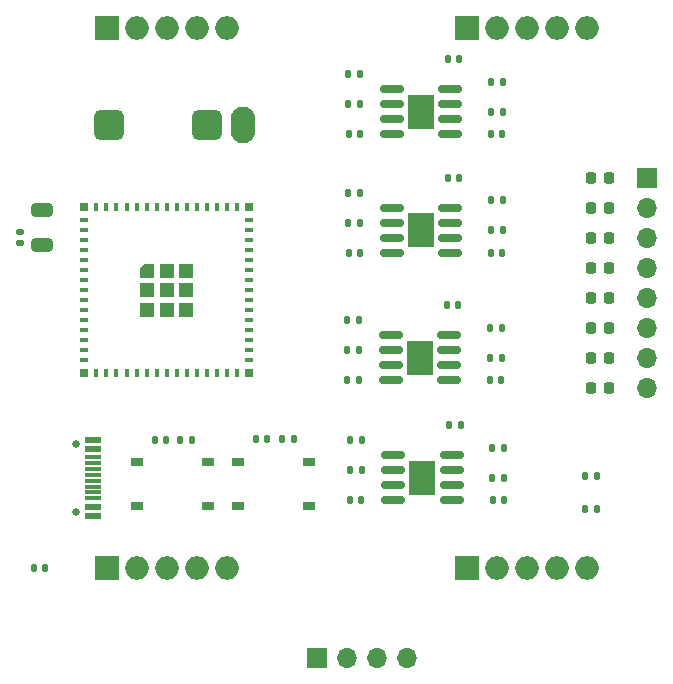
<source format=gbr>
%TF.GenerationSoftware,KiCad,Pcbnew,8.0.5*%
%TF.CreationDate,2024-11-19T03:03:03+05:30*%
%TF.ProjectId,midi,6d696469-2e6b-4696-9361-645f70636258,rev?*%
%TF.SameCoordinates,Original*%
%TF.FileFunction,Soldermask,Top*%
%TF.FilePolarity,Negative*%
%FSLAX46Y46*%
G04 Gerber Fmt 4.6, Leading zero omitted, Abs format (unit mm)*
G04 Created by KiCad (PCBNEW 8.0.5) date 2024-11-19 03:03:03*
%MOMM*%
%LPD*%
G01*
G04 APERTURE LIST*
G04 Aperture macros list*
%AMRoundRect*
0 Rectangle with rounded corners*
0 $1 Rounding radius*
0 $2 $3 $4 $5 $6 $7 $8 $9 X,Y pos of 4 corners*
0 Add a 4 corners polygon primitive as box body*
4,1,4,$2,$3,$4,$5,$6,$7,$8,$9,$2,$3,0*
0 Add four circle primitives for the rounded corners*
1,1,$1+$1,$2,$3*
1,1,$1+$1,$4,$5*
1,1,$1+$1,$6,$7*
1,1,$1+$1,$8,$9*
0 Add four rect primitives between the rounded corners*
20,1,$1+$1,$2,$3,$4,$5,0*
20,1,$1+$1,$4,$5,$6,$7,0*
20,1,$1+$1,$6,$7,$8,$9,0*
20,1,$1+$1,$8,$9,$2,$3,0*%
%AMOutline5P*
0 Free polygon, 5 corners , with rotation*
0 The origin of the aperture is its center*
0 number of corners: always 5*
0 $1 to $10 corner X, Y*
0 $11 Rotation angle, in degrees counterclockwise*
0 create outline with 5 corners*
4,1,5,$1,$2,$3,$4,$5,$6,$7,$8,$9,$10,$1,$2,$11*%
%AMOutline6P*
0 Free polygon, 6 corners , with rotation*
0 The origin of the aperture is its center*
0 number of corners: always 6*
0 $1 to $12 corner X, Y*
0 $13 Rotation angle, in degrees counterclockwise*
0 create outline with 6 corners*
4,1,6,$1,$2,$3,$4,$5,$6,$7,$8,$9,$10,$11,$12,$1,$2,$13*%
%AMOutline7P*
0 Free polygon, 7 corners , with rotation*
0 The origin of the aperture is its center*
0 number of corners: always 7*
0 $1 to $14 corner X, Y*
0 $15 Rotation angle, in degrees counterclockwise*
0 create outline with 7 corners*
4,1,7,$1,$2,$3,$4,$5,$6,$7,$8,$9,$10,$11,$12,$13,$14,$1,$2,$15*%
%AMOutline8P*
0 Free polygon, 8 corners , with rotation*
0 The origin of the aperture is its center*
0 number of corners: always 8*
0 $1 to $16 corner X, Y*
0 $17 Rotation angle, in degrees counterclockwise*
0 create outline with 8 corners*
4,1,8,$1,$2,$3,$4,$5,$6,$7,$8,$9,$10,$11,$12,$13,$14,$15,$16,$1,$2,$17*%
G04 Aperture macros list end*
%ADD10RoundRect,0.135000X-0.135000X-0.185000X0.135000X-0.185000X0.135000X0.185000X-0.135000X0.185000X0*%
%ADD11RoundRect,0.140000X0.140000X0.170000X-0.140000X0.170000X-0.140000X-0.170000X0.140000X-0.170000X0*%
%ADD12RoundRect,0.135000X0.135000X0.185000X-0.135000X0.185000X-0.135000X-0.185000X0.135000X-0.185000X0*%
%ADD13RoundRect,0.140000X-0.140000X-0.170000X0.140000X-0.170000X0.140000X0.170000X-0.140000X0.170000X0*%
%ADD14RoundRect,0.218750X0.218750X0.256250X-0.218750X0.256250X-0.218750X-0.256250X0.218750X-0.256250X0*%
%ADD15R,1.000000X0.750000*%
%ADD16RoundRect,0.650000X0.650000X-0.650000X0.650000X0.650000X-0.650000X0.650000X-0.650000X-0.650000X0*%
%ADD17O,2.100000X3.100000*%
%ADD18R,1.700000X1.700000*%
%ADD19O,1.700000X1.700000*%
%ADD20C,0.650000*%
%ADD21R,1.450000X0.600000*%
%ADD22R,1.450000X0.300000*%
%ADD23RoundRect,0.150000X-0.825000X-0.150000X0.825000X-0.150000X0.825000X0.150000X-0.825000X0.150000X0*%
%ADD24R,2.290000X3.000000*%
%ADD25RoundRect,0.250000X0.650000X-0.325000X0.650000X0.325000X-0.650000X0.325000X-0.650000X-0.325000X0*%
%ADD26RoundRect,0.140000X0.170000X-0.140000X0.170000X0.140000X-0.170000X0.140000X-0.170000X-0.140000X0*%
%ADD27R,0.800000X0.400000*%
%ADD28R,0.400000X0.800000*%
%ADD29Outline5P,-0.600000X0.204000X-0.204000X0.600000X0.600000X0.600000X0.600000X-0.600000X-0.600000X-0.600000X0.000000*%
%ADD30R,1.200000X1.200000*%
%ADD31R,0.800000X0.800000*%
%ADD32R,2.000000X2.000000*%
%ADD33O,2.000000X2.000000*%
G04 APERTURE END LIST*
D10*
%TO.C,R11*%
X88389090Y-67945000D03*
X89409090Y-67945000D03*
%TD*%
D11*
%TO.C,C17*%
X89510000Y-90805000D03*
X88550000Y-90805000D03*
%TD*%
D12*
%TO.C,R3*%
X63091000Y-85725000D03*
X62071000Y-85725000D03*
%TD*%
D10*
%TO.C,R20*%
X88520000Y-86360000D03*
X89540000Y-86360000D03*
%TD*%
D12*
%TO.C,R14*%
X77257500Y-75565000D03*
X76237500Y-75565000D03*
%TD*%
D13*
%TO.C,C3*%
X59972000Y-85725000D03*
X60932000Y-85725000D03*
%TD*%
D11*
%TO.C,C16*%
X85855000Y-84455000D03*
X84895000Y-84455000D03*
%TD*%
D14*
%TO.C,D5*%
X98425000Y-73660000D03*
X96850000Y-73660000D03*
%TD*%
D15*
%TO.C,SW1*%
X58468000Y-87533000D03*
X64468000Y-87533000D03*
X58468000Y-91283000D03*
X64468000Y-91283000D03*
%TD*%
D14*
%TO.C,D7*%
X98425000Y-78740000D03*
X96850000Y-78740000D03*
%TD*%
D16*
%TO.C,J1*%
X64340000Y-59055000D03*
D17*
X67440000Y-59055000D03*
D16*
X56040000Y-59055000D03*
%TD*%
D13*
%TO.C,C5*%
X49685000Y-96520000D03*
X50645000Y-96520000D03*
%TD*%
D15*
%TO.C,SW2*%
X66977000Y-87533000D03*
X72977000Y-87533000D03*
X66977000Y-91283000D03*
X72977000Y-91283000D03*
%TD*%
D12*
%TO.C,R13*%
X77257500Y-78105000D03*
X76237500Y-78105000D03*
%TD*%
D10*
%TO.C,R12*%
X88389090Y-65405000D03*
X89409090Y-65405000D03*
%TD*%
D11*
%TO.C,C7*%
X85725000Y-53470000D03*
X84765000Y-53470000D03*
%TD*%
D14*
%TO.C,D4*%
X98425000Y-71120000D03*
X96850000Y-71120000D03*
%TD*%
D12*
%TO.C,R4*%
X71755000Y-85598000D03*
X70735000Y-85598000D03*
%TD*%
D11*
%TO.C,C10*%
X85724090Y-63500000D03*
X84764090Y-63500000D03*
%TD*%
D10*
%TO.C,R8*%
X88390000Y-55375000D03*
X89410000Y-55375000D03*
%TD*%
D18*
%TO.C,J3*%
X73660000Y-104140000D03*
D19*
X76200000Y-104140000D03*
X78740000Y-104140000D03*
X81280000Y-104140000D03*
%TD*%
D12*
%TO.C,R9*%
X77344090Y-67310000D03*
X76324090Y-67310000D03*
%TD*%
D10*
%TO.C,R16*%
X88302500Y-76200000D03*
X89322500Y-76200000D03*
%TD*%
D13*
%TO.C,C12*%
X76267500Y-80645000D03*
X77227500Y-80645000D03*
%TD*%
D12*
%TO.C,R5*%
X77345000Y-57280000D03*
X76325000Y-57280000D03*
%TD*%
D13*
%TO.C,C15*%
X76485000Y-90805000D03*
X77445000Y-90805000D03*
%TD*%
D10*
%TO.C,R15*%
X88302500Y-78740000D03*
X89322500Y-78740000D03*
%TD*%
D20*
%TO.C,J4*%
X53240000Y-86010000D03*
X53240000Y-91790000D03*
D21*
X54685000Y-85675000D03*
X54685000Y-86450000D03*
D22*
X54685000Y-87650000D03*
X54685000Y-88650000D03*
X54685000Y-89150000D03*
X54685000Y-90150000D03*
D21*
X54685000Y-91350000D03*
X54685000Y-92125000D03*
D22*
X54685000Y-90650000D03*
X54685000Y-89650000D03*
X54685000Y-88150000D03*
X54685000Y-87150000D03*
%TD*%
D14*
%TO.C,D2*%
X98425000Y-66040000D03*
X96850000Y-66040000D03*
%TD*%
%TO.C,D8*%
X98425000Y-81280000D03*
X96850000Y-81280000D03*
%TD*%
D12*
%TO.C,R17*%
X77475000Y-88265000D03*
X76455000Y-88265000D03*
%TD*%
D11*
%TO.C,C14*%
X89292500Y-80645000D03*
X88332500Y-80645000D03*
%TD*%
D18*
%TO.C,J2*%
X101600000Y-63500000D03*
D19*
X101600000Y-66040000D03*
X101600000Y-68580000D03*
X101600000Y-71120000D03*
X101600000Y-73660000D03*
X101600000Y-76200000D03*
X101600000Y-78740000D03*
X101600000Y-81280000D03*
%TD*%
D23*
%TO.C,U3*%
X80009090Y-66040000D03*
X80009090Y-67310000D03*
X80009090Y-68580000D03*
X80009090Y-69850000D03*
X84959090Y-69850000D03*
X84959090Y-68580000D03*
X84959090Y-67310000D03*
X84959090Y-66040000D03*
D24*
X82484090Y-67945000D03*
%TD*%
D12*
%TO.C,R10*%
X77344090Y-64770000D03*
X76324090Y-64770000D03*
%TD*%
D25*
%TO.C,C1*%
X50419000Y-69215000D03*
X50419000Y-66265000D03*
%TD*%
D14*
%TO.C,D1*%
X98425000Y-63500000D03*
X96850000Y-63500000D03*
%TD*%
D13*
%TO.C,C9*%
X76354090Y-69850000D03*
X77314090Y-69850000D03*
%TD*%
D11*
%TO.C,C13*%
X85637500Y-74295000D03*
X84677500Y-74295000D03*
%TD*%
%TO.C,C11*%
X89379090Y-69850000D03*
X88419090Y-69850000D03*
%TD*%
D12*
%TO.C,R6*%
X77345000Y-54740000D03*
X76325000Y-54740000D03*
%TD*%
D26*
%TO.C,C2*%
X48514000Y-69032000D03*
X48514000Y-68072000D03*
%TD*%
D23*
%TO.C,U4*%
X79922500Y-76835000D03*
X79922500Y-78105000D03*
X79922500Y-79375000D03*
X79922500Y-80645000D03*
X84872500Y-80645000D03*
X84872500Y-79375000D03*
X84872500Y-78105000D03*
X84872500Y-76835000D03*
D24*
X82397500Y-78740000D03*
%TD*%
D14*
%TO.C,D3*%
X98425000Y-68580000D03*
X96850000Y-68580000D03*
%TD*%
D10*
%TO.C,R2*%
X96389000Y-91567000D03*
X97409000Y-91567000D03*
%TD*%
%TO.C,R19*%
X88520000Y-88900000D03*
X89540000Y-88900000D03*
%TD*%
D13*
%TO.C,C6*%
X76355000Y-59820000D03*
X77315000Y-59820000D03*
%TD*%
%TO.C,C4*%
X68509000Y-85598000D03*
X69469000Y-85598000D03*
%TD*%
D11*
%TO.C,C8*%
X89380000Y-59820000D03*
X88420000Y-59820000D03*
%TD*%
D10*
%TO.C,R1*%
X96389000Y-88773000D03*
X97409000Y-88773000D03*
%TD*%
D12*
%TO.C,R18*%
X77475000Y-85725000D03*
X76455000Y-85725000D03*
%TD*%
D27*
%TO.C,U1*%
X53960000Y-67075000D03*
X53960000Y-67925000D03*
X53960000Y-68775000D03*
X53960000Y-69625000D03*
X53960000Y-70475000D03*
X53960000Y-71325000D03*
X53960000Y-72175000D03*
X53960000Y-73025000D03*
X53960000Y-73875000D03*
X53960000Y-74725000D03*
X53960000Y-75575000D03*
X53960000Y-76425000D03*
X53960000Y-77275000D03*
X53960000Y-78125000D03*
X53960000Y-78975000D03*
D28*
X55010000Y-80025000D03*
X55860000Y-80025000D03*
X56710000Y-80025000D03*
X57560000Y-80025000D03*
X58410000Y-80025000D03*
X59260000Y-80025000D03*
X60110000Y-80025000D03*
X60960000Y-80025000D03*
X61810000Y-80025000D03*
X62660000Y-80025000D03*
X63510000Y-80025000D03*
X64360000Y-80025000D03*
X65210000Y-80025000D03*
X66060000Y-80025000D03*
X66910000Y-80025000D03*
D27*
X67960000Y-78975000D03*
X67960000Y-78125000D03*
X67960000Y-77275000D03*
X67960000Y-76425000D03*
X67960000Y-75575000D03*
X67960000Y-74725000D03*
X67960000Y-73875000D03*
X67960000Y-73025000D03*
X67960000Y-72175000D03*
X67960000Y-71325000D03*
X67960000Y-70475000D03*
X67960000Y-69625000D03*
X67960000Y-68775000D03*
X67960000Y-67925000D03*
X67960000Y-67075000D03*
D28*
X66910000Y-66025000D03*
X66060000Y-66025000D03*
X65210000Y-66025000D03*
X64360000Y-66025000D03*
X63510000Y-66025000D03*
X62660000Y-66025000D03*
X61810000Y-66025000D03*
X60960000Y-66025000D03*
X60110000Y-66025000D03*
X59260000Y-66025000D03*
X58410000Y-66025000D03*
X57560000Y-66025000D03*
X56710000Y-66025000D03*
X55860000Y-66025000D03*
X55010000Y-66025000D03*
D29*
X59310000Y-71375000D03*
D30*
X59310000Y-73025000D03*
X59310000Y-74675000D03*
X60960000Y-71375000D03*
X60960000Y-73025000D03*
X60960000Y-74675000D03*
X62610000Y-71375000D03*
X62610000Y-73025000D03*
X62610000Y-74675000D03*
D31*
X53960000Y-66025000D03*
X53960000Y-80025000D03*
X67960000Y-80025000D03*
X67960000Y-66025000D03*
%TD*%
D23*
%TO.C,U2*%
X80010000Y-56010000D03*
X80010000Y-57280000D03*
X80010000Y-58550000D03*
X80010000Y-59820000D03*
X84960000Y-59820000D03*
X84960000Y-58550000D03*
X84960000Y-57280000D03*
X84960000Y-56010000D03*
D24*
X82485000Y-57915000D03*
%TD*%
D14*
%TO.C,D6*%
X98425000Y-76200000D03*
X96850000Y-76200000D03*
%TD*%
D10*
%TO.C,R7*%
X88390000Y-57915000D03*
X89410000Y-57915000D03*
%TD*%
D23*
%TO.C,U5*%
X80140000Y-86995000D03*
X80140000Y-88265000D03*
X80140000Y-89535000D03*
X80140000Y-90805000D03*
X85090000Y-90805000D03*
X85090000Y-89535000D03*
X85090000Y-88265000D03*
X85090000Y-86995000D03*
D24*
X82615000Y-88900000D03*
%TD*%
D32*
%TO.C,V_SUPPLY1*%
X55880000Y-50800000D03*
D33*
X58420000Y-50800000D03*
X60960000Y-50800000D03*
X63500000Y-50800000D03*
X66040000Y-50800000D03*
%TD*%
D32*
%TO.C,V_SUPPLY2*%
X86360000Y-50800000D03*
D33*
X88900000Y-50800000D03*
X91440000Y-50800000D03*
X93980000Y-50800000D03*
X96520000Y-50800000D03*
%TD*%
D32*
%TO.C,GND2*%
X86360000Y-96520000D03*
D33*
X88900000Y-96520000D03*
X91440000Y-96520000D03*
X93980000Y-96520000D03*
X96520000Y-96520000D03*
%TD*%
D32*
%TO.C,GND1*%
X55880000Y-96520000D03*
D33*
X58420000Y-96520000D03*
X60960000Y-96520000D03*
X63500000Y-96520000D03*
X66040000Y-96520000D03*
%TD*%
M02*

</source>
